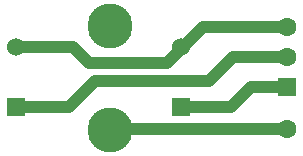
<source format=gtl>
%FSLAX43Y43*%
%MOMM*%
G71*
G01*
G75*
%ADD10C,1.000*%
%ADD11C,1.600*%
%ADD12C,3.800*%
%ADD13C,1.524*%
%ADD14R,1.524X1.524*%
%ADD15R,1.600X1.600*%
D10*
X13000Y2000D02*
X13032Y2032D01*
X27940D01*
X24892Y5588D02*
X27940D01*
X23204Y3900D02*
X24892Y5588D01*
X19000Y3900D02*
X23204D01*
X5030D02*
X9488D01*
X11684Y6096D01*
X21336D01*
X23368Y8128D01*
X27940D01*
X17780Y7620D02*
X20828Y10668D01*
X27940D01*
X11176Y7620D02*
X17780D01*
X9816Y8980D02*
X11176Y7620D01*
X5030Y8980D02*
X9816D01*
D11*
X27940Y2032D02*
D03*
Y10668D02*
D03*
Y8128D02*
D03*
D12*
X13000Y2000D02*
D03*
Y10800D02*
D03*
D13*
X19000Y8980D02*
D03*
X5030D02*
D03*
D14*
X19000Y3900D02*
D03*
X5030D02*
D03*
D15*
X27940Y5588D02*
D03*
M02*

</source>
